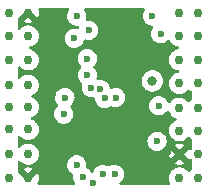
<source format=gbr>
%TF.GenerationSoftware,KiCad,Pcbnew,(6.0.1-0)*%
%TF.CreationDate,2022-02-07T15:37:48-08:00*%
%TF.ProjectId,Untitled,556e7469-746c-4656-942e-6b696361645f,rev?*%
%TF.SameCoordinates,Original*%
%TF.FileFunction,Copper,L2,Inr*%
%TF.FilePolarity,Positive*%
%FSLAX46Y46*%
G04 Gerber Fmt 4.6, Leading zero omitted, Abs format (unit mm)*
G04 Created by KiCad (PCBNEW (6.0.1-0)) date 2022-02-07 15:37:48*
%MOMM*%
%LPD*%
G01*
G04 APERTURE LIST*
%TA.AperFunction,ComponentPad*%
%ADD10C,0.750000*%
%TD*%
%TA.AperFunction,ViaPad*%
%ADD11C,0.600000*%
%TD*%
%TA.AperFunction,ViaPad*%
%ADD12C,0.800000*%
%TD*%
G04 APERTURE END LIST*
D10*
%TO.N,SX_DIO3*%
%TO.C,J11*%
X160000000Y-107000000D03*
X158400000Y-107000000D03*
%TD*%
%TO.N,SX_DIO0*%
%TO.C,J14*%
X160000000Y-101000000D03*
X158400000Y-101000000D03*
%TD*%
%TO.N,GND*%
%TO.C,J10*%
X158400000Y-109000000D03*
X160000000Y-109000000D03*
%TD*%
%TO.N,ANT_OUT*%
%TO.C,J9*%
X158400000Y-111000000D03*
X160000000Y-111000000D03*
%TD*%
%TO.N,SX_DIO1*%
%TO.C,J15*%
X160000000Y-99000000D03*
X158400000Y-99000000D03*
%TD*%
%TO.N,+3V3*%
%TO.C,J13*%
X160000000Y-103000000D03*
X158400000Y-103000000D03*
%TD*%
%TO.N,SX_BUSY*%
%TO.C,J12*%
X158380000Y-105100000D03*
X159980000Y-105100000D03*
%TD*%
%TO.N,SX_DIO2*%
%TO.C,J16*%
X160000000Y-97000000D03*
X158400000Y-97000000D03*
%TD*%
%TO.N,SX_CS*%
%TO.C,J5*%
X145600000Y-105000000D03*
X144000000Y-105000000D03*
%TD*%
%TO.N,MOSI*%
%TO.C,J3*%
X144000000Y-101000000D03*
X145600000Y-101000000D03*
%TD*%
%TO.N,SCK*%
%TO.C,J4*%
X145600000Y-103140000D03*
X144000000Y-103140000D03*
%TD*%
%TO.N,SX_RST*%
%TO.C,J6*%
X145600000Y-106900000D03*
X144000000Y-106900000D03*
%TD*%
%TO.N,MISO*%
%TO.C,J2*%
X145600000Y-99000000D03*
X144000000Y-99000000D03*
%TD*%
%TO.N,GND*%
%TO.C,J8*%
X145600000Y-111000000D03*
X144000000Y-111000000D03*
%TD*%
%TO.N,GND*%
%TO.C,J1*%
X144000000Y-97000000D03*
X145600000Y-97000000D03*
%TD*%
%TO.N,unconnected-(J7-Pad1)*%
%TO.C,J7*%
X144000000Y-109000000D03*
X145600000Y-109000000D03*
%TD*%
D11*
%TO.N,+3V3*%
X148600000Y-105600000D03*
%TO.N,GND*%
X155000000Y-111200000D03*
X153500000Y-107600000D03*
X156200000Y-111200000D03*
X146400000Y-98000000D03*
X157600000Y-106100000D03*
X146400000Y-102100000D03*
X146400000Y-104100000D03*
X152300000Y-108800000D03*
X153500000Y-100000000D03*
X146400000Y-106000000D03*
X151900000Y-101500000D03*
X155800000Y-108700000D03*
X157400000Y-108800000D03*
X148900000Y-107500000D03*
X157500000Y-100000000D03*
X152300000Y-106500000D03*
X152300000Y-107700000D03*
X151200000Y-107600000D03*
X157500000Y-102100000D03*
X157500000Y-103900000D03*
X146400000Y-110000000D03*
X146400000Y-100000000D03*
X147700000Y-109800000D03*
D12*
%TO.N,+3V3*%
X156100000Y-102800000D03*
D11*
X149700000Y-109900000D03*
%TO.N,Net-(U1-Pad16)*%
X150200000Y-110900000D03*
X149700000Y-97300000D03*
%TO.N,Net-(U1-Pad17)*%
X149500000Y-99200000D03*
X151100000Y-111400000D03*
%TO.N,Net-(U1-Pad18)*%
X150600000Y-100900000D03*
X151900000Y-110700000D03*
%TO.N,Net-(U1-Pad19)*%
X152900000Y-110700000D03*
X150600469Y-102300000D03*
%TO.N,Net-(U1-Pad3)*%
X148700000Y-104200000D03*
X150700000Y-98500000D03*
%TO.N,SX_BUSY*%
X156640835Y-104897033D03*
X153000000Y-104200000D03*
%TO.N,SX_DIO1*%
X152085383Y-104258333D03*
X156799500Y-98800000D03*
%TO.N,SX_DIO2*%
X151700000Y-103500000D03*
X156100000Y-97300000D03*
%TO.N,SX_DIO3*%
X150937283Y-103372360D03*
X156500000Y-107900000D03*
%TD*%
%TA.AperFunction,Conductor*%
%TO.N,GND*%
G36*
X149021080Y-96628002D02*
G01*
X149067573Y-96681658D01*
X149077677Y-96751932D01*
X149058870Y-96802254D01*
X148971235Y-96938238D01*
X148968826Y-96944858D01*
X148968824Y-96944861D01*
X148948755Y-97000000D01*
X148909197Y-97108685D01*
X148886463Y-97288640D01*
X148904163Y-97469160D01*
X148961418Y-97641273D01*
X148965065Y-97647295D01*
X148965066Y-97647297D01*
X149044037Y-97777694D01*
X149055380Y-97796424D01*
X149060269Y-97801487D01*
X149060270Y-97801488D01*
X149122490Y-97865918D01*
X149181382Y-97926902D01*
X149234527Y-97961679D01*
X149308741Y-98010243D01*
X149333159Y-98026222D01*
X149339763Y-98028678D01*
X149339765Y-98028679D01*
X149496558Y-98086990D01*
X149496560Y-98086990D01*
X149503168Y-98089448D01*
X149584131Y-98100251D01*
X149675980Y-98112507D01*
X149675984Y-98112507D01*
X149682961Y-98113438D01*
X149689972Y-98112800D01*
X149689976Y-98112800D01*
X149792719Y-98103449D01*
X149862372Y-98117194D01*
X149913537Y-98166415D01*
X149929968Y-98235484D01*
X149922540Y-98272024D01*
X149911607Y-98302061D01*
X149911605Y-98302069D01*
X149909197Y-98308685D01*
X149908314Y-98315676D01*
X149907229Y-98324262D01*
X149878847Y-98389339D01*
X149819787Y-98428740D01*
X149748801Y-98429957D01*
X149739974Y-98427175D01*
X149685790Y-98407881D01*
X149678802Y-98407048D01*
X149678799Y-98407047D01*
X149530293Y-98389339D01*
X149505680Y-98386404D01*
X149498677Y-98387140D01*
X149498676Y-98387140D01*
X149332288Y-98404628D01*
X149332286Y-98404629D01*
X149325288Y-98405364D01*
X149153579Y-98463818D01*
X149121507Y-98483549D01*
X149005095Y-98555166D01*
X149005092Y-98555168D01*
X148999088Y-98558862D01*
X148994053Y-98563793D01*
X148994050Y-98563795D01*
X148874525Y-98680843D01*
X148869493Y-98685771D01*
X148771235Y-98838238D01*
X148768826Y-98844858D01*
X148768824Y-98844861D01*
X148712358Y-99000000D01*
X148709197Y-99008685D01*
X148686463Y-99188640D01*
X148704163Y-99369160D01*
X148761418Y-99541273D01*
X148765065Y-99547295D01*
X148765066Y-99547297D01*
X148835785Y-99664068D01*
X148855380Y-99696424D01*
X148860269Y-99701487D01*
X148860270Y-99701488D01*
X148925802Y-99769348D01*
X148981382Y-99826902D01*
X149133159Y-99926222D01*
X149139763Y-99928678D01*
X149139765Y-99928679D01*
X149296558Y-99986990D01*
X149296560Y-99986990D01*
X149303168Y-99989448D01*
X149386995Y-100000633D01*
X149475980Y-100012507D01*
X149475984Y-100012507D01*
X149482961Y-100013438D01*
X149489972Y-100012800D01*
X149489976Y-100012800D01*
X149632459Y-99999832D01*
X149663600Y-99996998D01*
X149670302Y-99994820D01*
X149670304Y-99994820D01*
X149829409Y-99943124D01*
X149829412Y-99943123D01*
X149836108Y-99940947D01*
X149991912Y-99848069D01*
X150123266Y-99722982D01*
X150223643Y-99571902D01*
X150272530Y-99443207D01*
X150285555Y-99408920D01*
X150285556Y-99408918D01*
X150288055Y-99402338D01*
X150292007Y-99374217D01*
X150321294Y-99309543D01*
X150380898Y-99270970D01*
X150451894Y-99270743D01*
X150460694Y-99273652D01*
X150503168Y-99289448D01*
X150586995Y-99300633D01*
X150675980Y-99312507D01*
X150675984Y-99312507D01*
X150682961Y-99313438D01*
X150689972Y-99312800D01*
X150689976Y-99312800D01*
X150832459Y-99299832D01*
X150863600Y-99296998D01*
X150870302Y-99294820D01*
X150870304Y-99294820D01*
X151029409Y-99243124D01*
X151029412Y-99243123D01*
X151036108Y-99240947D01*
X151151932Y-99171902D01*
X151185860Y-99151677D01*
X151185862Y-99151676D01*
X151191912Y-99148069D01*
X151323266Y-99022982D01*
X151423643Y-98871902D01*
X151488055Y-98702338D01*
X151497003Y-98638669D01*
X151512748Y-98526639D01*
X151512748Y-98526636D01*
X151513299Y-98522717D01*
X151513616Y-98500000D01*
X151493397Y-98319745D01*
X151491080Y-98313091D01*
X151436064Y-98155106D01*
X151436062Y-98155103D01*
X151433745Y-98148448D01*
X151430009Y-98142469D01*
X151341359Y-98000598D01*
X151337626Y-97994624D01*
X151291395Y-97948069D01*
X151214778Y-97870915D01*
X151214774Y-97870912D01*
X151209815Y-97865918D01*
X151178838Y-97846259D01*
X151108289Y-97801488D01*
X151056666Y-97768727D01*
X151027463Y-97758328D01*
X150892425Y-97710243D01*
X150892420Y-97710242D01*
X150885790Y-97707881D01*
X150878802Y-97707048D01*
X150878799Y-97707047D01*
X150755698Y-97692368D01*
X150705680Y-97686404D01*
X150698677Y-97687140D01*
X150698675Y-97687140D01*
X150609865Y-97696474D01*
X150540027Y-97683702D01*
X150488180Y-97635199D01*
X150470786Y-97566366D01*
X150478907Y-97526420D01*
X150485555Y-97508920D01*
X150485556Y-97508918D01*
X150488055Y-97502338D01*
X150489035Y-97495366D01*
X150512748Y-97326639D01*
X150512748Y-97326636D01*
X150513299Y-97322717D01*
X150513616Y-97300000D01*
X150493397Y-97119745D01*
X150491080Y-97113091D01*
X150436064Y-96955106D01*
X150436062Y-96955103D01*
X150433745Y-96948448D01*
X150354646Y-96821862D01*
X150341466Y-96800769D01*
X150322330Y-96732400D01*
X150343196Y-96664539D01*
X150397437Y-96618731D01*
X150448320Y-96608000D01*
X155352959Y-96608000D01*
X155421080Y-96628002D01*
X155467573Y-96681658D01*
X155477677Y-96751932D01*
X155458870Y-96802254D01*
X155371235Y-96938238D01*
X155368826Y-96944858D01*
X155368824Y-96944861D01*
X155348755Y-97000000D01*
X155309197Y-97108685D01*
X155286463Y-97288640D01*
X155304163Y-97469160D01*
X155361418Y-97641273D01*
X155365065Y-97647295D01*
X155365066Y-97647297D01*
X155444037Y-97777694D01*
X155455380Y-97796424D01*
X155460269Y-97801487D01*
X155460270Y-97801488D01*
X155522490Y-97865918D01*
X155581382Y-97926902D01*
X155634527Y-97961679D01*
X155708741Y-98010243D01*
X155733159Y-98026222D01*
X155739763Y-98028678D01*
X155739765Y-98028679D01*
X155896558Y-98086990D01*
X155896560Y-98086990D01*
X155903168Y-98089448D01*
X156037481Y-98107369D01*
X156067649Y-98111395D01*
X156132526Y-98140231D01*
X156171514Y-98199564D01*
X156172234Y-98270557D01*
X156156898Y-98304539D01*
X156070735Y-98438238D01*
X156068326Y-98444858D01*
X156068324Y-98444861D01*
X156048255Y-98500000D01*
X156008697Y-98608685D01*
X155985963Y-98788640D01*
X156003663Y-98969160D01*
X156060918Y-99141273D01*
X156064565Y-99147295D01*
X156064566Y-99147297D01*
X156151220Y-99290380D01*
X156154880Y-99296424D01*
X156280882Y-99426902D01*
X156432659Y-99526222D01*
X156439263Y-99528678D01*
X156439265Y-99528679D01*
X156596058Y-99586990D01*
X156596060Y-99586990D01*
X156602668Y-99589448D01*
X156686495Y-99600633D01*
X156775480Y-99612507D01*
X156775484Y-99612507D01*
X156782461Y-99613438D01*
X156789472Y-99612800D01*
X156789476Y-99612800D01*
X156931959Y-99599832D01*
X156963100Y-99596998D01*
X156969802Y-99594820D01*
X156969804Y-99594820D01*
X157128909Y-99543124D01*
X157128912Y-99543123D01*
X157135608Y-99540947D01*
X157291412Y-99448069D01*
X157296518Y-99443207D01*
X157399425Y-99345210D01*
X157462550Y-99312717D01*
X157533220Y-99319510D01*
X157589000Y-99363433D01*
X157595434Y-99373452D01*
X157681296Y-99522169D01*
X157685714Y-99527076D01*
X157685715Y-99527077D01*
X157762900Y-99612800D01*
X157805566Y-99660185D01*
X157810908Y-99664066D01*
X157810910Y-99664068D01*
X157917444Y-99741469D01*
X157955816Y-99769348D01*
X157961844Y-99772032D01*
X157961846Y-99772033D01*
X158073701Y-99821834D01*
X158125479Y-99844887D01*
X158275398Y-99876753D01*
X158337871Y-99910481D01*
X158372193Y-99972631D01*
X158367465Y-100043470D01*
X158325189Y-100100508D01*
X158275398Y-100123247D01*
X158125479Y-100155113D01*
X158119450Y-100157797D01*
X158119448Y-100157798D01*
X157961847Y-100227967D01*
X157961845Y-100227968D01*
X157955817Y-100230652D01*
X157950476Y-100234532D01*
X157950475Y-100234533D01*
X157810910Y-100335932D01*
X157810908Y-100335934D01*
X157805566Y-100339815D01*
X157681296Y-100477831D01*
X157588436Y-100638669D01*
X157531046Y-100815298D01*
X157530356Y-100821861D01*
X157530356Y-100821862D01*
X157523337Y-100888640D01*
X157511633Y-101000000D01*
X157512323Y-101006565D01*
X157519605Y-101075844D01*
X157531046Y-101184702D01*
X157533086Y-101190980D01*
X157533086Y-101190981D01*
X157549427Y-101241273D01*
X157588436Y-101361331D01*
X157591739Y-101367053D01*
X157591740Y-101367054D01*
X157608697Y-101396424D01*
X157681296Y-101522169D01*
X157805566Y-101660185D01*
X157810908Y-101664066D01*
X157810910Y-101664068D01*
X157892000Y-101722983D01*
X157955816Y-101769348D01*
X157961844Y-101772032D01*
X157961846Y-101772033D01*
X158026004Y-101800598D01*
X158125479Y-101844887D01*
X158275398Y-101876753D01*
X158337871Y-101910481D01*
X158372193Y-101972631D01*
X158367465Y-102043470D01*
X158325189Y-102100508D01*
X158275398Y-102123247D01*
X158125479Y-102155113D01*
X158119450Y-102157797D01*
X158119448Y-102157798D01*
X157961847Y-102227967D01*
X157961845Y-102227968D01*
X157955817Y-102230652D01*
X157950476Y-102234532D01*
X157950475Y-102234533D01*
X157810910Y-102335932D01*
X157810908Y-102335934D01*
X157805566Y-102339815D01*
X157681296Y-102477831D01*
X157645572Y-102539707D01*
X157597166Y-102623549D01*
X157588436Y-102638669D01*
X157586394Y-102644954D01*
X157533884Y-102806565D01*
X157531046Y-102815298D01*
X157511633Y-103000000D01*
X157512323Y-103006565D01*
X157527236Y-103148448D01*
X157531046Y-103184702D01*
X157588436Y-103361331D01*
X157591739Y-103367053D01*
X157591740Y-103367054D01*
X157615312Y-103407881D01*
X157681296Y-103522169D01*
X157685714Y-103527076D01*
X157685715Y-103527077D01*
X157714334Y-103558862D01*
X157805566Y-103660185D01*
X157810908Y-103664066D01*
X157810910Y-103664068D01*
X157892000Y-103722983D01*
X157955816Y-103769348D01*
X157961844Y-103772032D01*
X157961846Y-103772033D01*
X158033798Y-103804068D01*
X158125479Y-103844887D01*
X158209570Y-103862761D01*
X158300683Y-103882128D01*
X158300687Y-103882128D01*
X158307140Y-103883500D01*
X158492860Y-103883500D01*
X158499313Y-103882128D01*
X158499317Y-103882128D01*
X158590430Y-103862761D01*
X158674521Y-103844887D01*
X158766202Y-103804068D01*
X158838154Y-103772033D01*
X158838156Y-103772032D01*
X158844184Y-103769348D01*
X158908000Y-103722983D01*
X158989090Y-103664068D01*
X158989092Y-103664066D01*
X158994434Y-103660185D01*
X159106364Y-103535874D01*
X159166810Y-103498634D01*
X159237794Y-103499986D01*
X159293636Y-103535874D01*
X159405566Y-103660185D01*
X159410908Y-103664066D01*
X159410910Y-103664068D01*
X159440061Y-103685247D01*
X159483415Y-103741469D01*
X159492000Y-103787183D01*
X159492000Y-104298286D01*
X159471998Y-104366407D01*
X159440061Y-104400222D01*
X159390911Y-104435931D01*
X159390907Y-104435934D01*
X159385566Y-104439815D01*
X159381145Y-104444725D01*
X159381144Y-104444726D01*
X159273636Y-104564126D01*
X159213190Y-104601366D01*
X159142206Y-104600014D01*
X159086364Y-104564126D01*
X158978856Y-104444726D01*
X158978855Y-104444725D01*
X158974434Y-104439815D01*
X158969089Y-104435931D01*
X158829526Y-104334533D01*
X158829525Y-104334532D01*
X158824184Y-104330652D01*
X158818156Y-104327968D01*
X158818154Y-104327967D01*
X158660552Y-104257798D01*
X158660551Y-104257798D01*
X158654521Y-104255113D01*
X158557699Y-104234533D01*
X158479317Y-104217872D01*
X158479313Y-104217872D01*
X158472860Y-104216500D01*
X158287140Y-104216500D01*
X158280687Y-104217872D01*
X158280683Y-104217872D01*
X158202301Y-104234533D01*
X158105479Y-104255113D01*
X158099450Y-104257797D01*
X158099448Y-104257798D01*
X157941847Y-104327967D01*
X157941845Y-104327968D01*
X157935817Y-104330652D01*
X157930476Y-104334532D01*
X157930475Y-104334533D01*
X157790910Y-104435932D01*
X157790908Y-104435934D01*
X157785566Y-104439815D01*
X157781145Y-104444725D01*
X157781144Y-104444726D01*
X157695808Y-104539502D01*
X157661296Y-104577831D01*
X157627083Y-104637090D01*
X157575701Y-104686083D01*
X157505987Y-104699519D01*
X157440076Y-104673133D01*
X157398973Y-104615528D01*
X157391101Y-104592923D01*
X157374580Y-104545481D01*
X157278461Y-104391657D01*
X157262758Y-104375844D01*
X157155613Y-104267948D01*
X157155609Y-104267945D01*
X157150650Y-104262951D01*
X157142531Y-104257798D01*
X157053002Y-104200982D01*
X156997501Y-104165760D01*
X156922707Y-104139127D01*
X156833260Y-104107276D01*
X156833255Y-104107275D01*
X156826625Y-104104914D01*
X156819637Y-104104081D01*
X156819634Y-104104080D01*
X156696533Y-104089401D01*
X156646515Y-104083437D01*
X156639512Y-104084173D01*
X156639511Y-104084173D01*
X156473123Y-104101661D01*
X156473121Y-104101662D01*
X156466123Y-104102397D01*
X156294414Y-104160851D01*
X156237180Y-104196062D01*
X156145930Y-104252199D01*
X156145927Y-104252201D01*
X156139923Y-104255895D01*
X156134888Y-104260826D01*
X156134885Y-104260828D01*
X156017435Y-104375844D01*
X156010328Y-104382804D01*
X155912070Y-104535271D01*
X155909661Y-104541891D01*
X155909659Y-104541894D01*
X155855607Y-104690401D01*
X155850032Y-104705718D01*
X155827298Y-104885673D01*
X155844998Y-105066193D01*
X155902253Y-105238306D01*
X155905900Y-105244328D01*
X155905901Y-105244330D01*
X155988889Y-105381360D01*
X155996215Y-105393457D01*
X156001104Y-105398520D01*
X156001105Y-105398521D01*
X156015175Y-105413091D01*
X156122217Y-105523935D01*
X156128113Y-105527793D01*
X156238457Y-105600000D01*
X156273994Y-105623255D01*
X156280598Y-105625711D01*
X156280600Y-105625712D01*
X156437393Y-105684023D01*
X156437395Y-105684023D01*
X156444003Y-105686481D01*
X156527830Y-105697666D01*
X156616815Y-105709540D01*
X156616819Y-105709540D01*
X156623796Y-105710471D01*
X156630807Y-105709833D01*
X156630811Y-105709833D01*
X156773294Y-105696865D01*
X156804435Y-105694031D01*
X156811137Y-105691853D01*
X156811139Y-105691853D01*
X156970244Y-105640157D01*
X156970247Y-105640156D01*
X156976943Y-105637980D01*
X157132747Y-105545102D01*
X157264101Y-105420015D01*
X157315231Y-105343058D01*
X157369588Y-105297387D01*
X157440008Y-105288355D01*
X157504132Y-105318828D01*
X157540012Y-105373849D01*
X157548028Y-105398521D01*
X157553602Y-105415675D01*
X157568436Y-105461331D01*
X157661296Y-105622169D01*
X157665714Y-105627076D01*
X157665715Y-105627077D01*
X157719203Y-105686481D01*
X157785566Y-105760185D01*
X157790908Y-105764066D01*
X157790910Y-105764068D01*
X157892000Y-105837514D01*
X157935816Y-105869348D01*
X157941844Y-105872032D01*
X157941846Y-105872033D01*
X158008511Y-105901714D01*
X158093033Y-105939345D01*
X158147128Y-105985325D01*
X158167777Y-106053252D01*
X158148425Y-106121561D01*
X158093032Y-106169558D01*
X157961855Y-106227963D01*
X157961850Y-106227966D01*
X157955817Y-106230652D01*
X157950476Y-106234532D01*
X157950475Y-106234533D01*
X157810910Y-106335932D01*
X157810908Y-106335934D01*
X157805566Y-106339815D01*
X157801145Y-106344725D01*
X157801144Y-106344726D01*
X157739276Y-106413438D01*
X157681296Y-106477831D01*
X157588436Y-106638669D01*
X157531046Y-106815298D01*
X157511633Y-107000000D01*
X157512323Y-107006565D01*
X157521196Y-107090981D01*
X157531046Y-107184702D01*
X157588436Y-107361331D01*
X157591739Y-107367053D01*
X157591740Y-107367054D01*
X157607658Y-107394624D01*
X157681296Y-107522169D01*
X157685714Y-107527076D01*
X157685715Y-107527077D01*
X157711104Y-107555274D01*
X157805566Y-107660185D01*
X157810908Y-107664066D01*
X157810910Y-107664068D01*
X157950474Y-107765467D01*
X157955816Y-107769348D01*
X157961844Y-107772032D01*
X157961846Y-107772033D01*
X158119448Y-107842202D01*
X158125479Y-107844887D01*
X158206806Y-107862174D01*
X158276600Y-107877009D01*
X158339073Y-107910738D01*
X158373395Y-107972887D01*
X158368667Y-108043726D01*
X158326391Y-108100764D01*
X158276599Y-108123503D01*
X158132093Y-108154218D01*
X158119604Y-108158276D01*
X157996302Y-108213174D01*
X157985558Y-108222306D01*
X157987155Y-108227944D01*
X158387189Y-108627979D01*
X158401132Y-108635592D01*
X158402966Y-108635461D01*
X158409580Y-108631210D01*
X158807439Y-108233350D01*
X158814196Y-108220975D01*
X158810685Y-108216285D01*
X158680396Y-108158276D01*
X158667907Y-108154218D01*
X158523401Y-108123503D01*
X158460927Y-108089775D01*
X158426605Y-108027625D01*
X158431333Y-107956786D01*
X158473608Y-107899749D01*
X158523400Y-107877009D01*
X158593194Y-107862174D01*
X158674521Y-107844887D01*
X158680552Y-107842202D01*
X158838154Y-107772033D01*
X158838156Y-107772032D01*
X158844184Y-107769348D01*
X158849526Y-107765467D01*
X158989090Y-107664068D01*
X158989092Y-107664066D01*
X158994434Y-107660185D01*
X159106364Y-107535874D01*
X159166810Y-107498634D01*
X159237794Y-107499986D01*
X159293636Y-107535874D01*
X159405566Y-107660185D01*
X159410908Y-107664066D01*
X159410910Y-107664068D01*
X159440061Y-107685247D01*
X159483415Y-107741469D01*
X159492000Y-107787183D01*
X159492000Y-108547021D01*
X159471998Y-108615142D01*
X159418342Y-108661635D01*
X159348068Y-108671739D01*
X159283488Y-108642245D01*
X159276905Y-108636116D01*
X159234931Y-108594142D01*
X159220987Y-108586528D01*
X159206092Y-108587593D01*
X159179871Y-108586031D01*
X159168713Y-108590498D01*
X158772021Y-108987189D01*
X158764408Y-109001132D01*
X158764539Y-109002966D01*
X158768790Y-109009580D01*
X159165073Y-109405862D01*
X159179010Y-109413473D01*
X159193908Y-109412407D01*
X159220129Y-109413969D01*
X159231287Y-109409502D01*
X159276905Y-109363884D01*
X159339217Y-109329858D01*
X159410032Y-109334923D01*
X159466868Y-109377470D01*
X159491679Y-109443990D01*
X159492000Y-109452979D01*
X159492000Y-110212817D01*
X159471998Y-110280938D01*
X159440061Y-110314753D01*
X159405566Y-110339815D01*
X159401145Y-110344725D01*
X159401144Y-110344726D01*
X159293636Y-110464126D01*
X159233190Y-110501366D01*
X159162206Y-110500014D01*
X159106364Y-110464126D01*
X158998856Y-110344726D01*
X158998855Y-110344725D01*
X158994434Y-110339815D01*
X158959940Y-110314753D01*
X158849526Y-110234533D01*
X158849525Y-110234532D01*
X158844184Y-110230652D01*
X158838156Y-110227968D01*
X158838154Y-110227967D01*
X158680552Y-110157798D01*
X158680551Y-110157798D01*
X158674521Y-110155113D01*
X158593194Y-110137826D01*
X158523400Y-110122991D01*
X158460927Y-110089262D01*
X158426605Y-110027113D01*
X158431333Y-109956274D01*
X158473609Y-109899236D01*
X158523401Y-109876497D01*
X158667907Y-109845782D01*
X158680396Y-109841724D01*
X158803698Y-109786826D01*
X158814442Y-109777694D01*
X158812845Y-109772056D01*
X158412811Y-109372021D01*
X158398868Y-109364408D01*
X158397034Y-109364539D01*
X158390420Y-109368790D01*
X157992561Y-109766650D01*
X157985804Y-109779025D01*
X157989315Y-109783715D01*
X158119604Y-109841724D01*
X158132093Y-109845782D01*
X158276599Y-109876497D01*
X158339073Y-109910225D01*
X158373395Y-109972375D01*
X158368667Y-110043214D01*
X158326392Y-110100251D01*
X158276600Y-110122991D01*
X158206806Y-110137826D01*
X158125479Y-110155113D01*
X158119450Y-110157797D01*
X158119448Y-110157798D01*
X157961847Y-110227967D01*
X157961845Y-110227968D01*
X157955817Y-110230652D01*
X157950476Y-110234532D01*
X157950475Y-110234533D01*
X157810910Y-110335932D01*
X157810908Y-110335934D01*
X157805566Y-110339815D01*
X157801145Y-110344725D01*
X157801144Y-110344726D01*
X157801023Y-110344861D01*
X157681296Y-110477831D01*
X157647449Y-110536455D01*
X157595535Y-110626374D01*
X157588436Y-110638669D01*
X157531046Y-110815298D01*
X157511633Y-111000000D01*
X157512323Y-111006565D01*
X157519605Y-111075844D01*
X157531046Y-111184702D01*
X157533086Y-111190980D01*
X157533086Y-111190981D01*
X157549427Y-111241273D01*
X157588436Y-111361331D01*
X157612494Y-111403001D01*
X157629232Y-111471994D01*
X157606012Y-111539086D01*
X157550205Y-111582974D01*
X157503375Y-111592000D01*
X153440154Y-111592000D01*
X153372033Y-111571998D01*
X153325540Y-111518342D01*
X153315436Y-111448068D01*
X153344930Y-111383488D01*
X153375636Y-111357772D01*
X153385857Y-111351679D01*
X153385860Y-111351677D01*
X153391912Y-111348069D01*
X153523266Y-111222982D01*
X153623643Y-111071902D01*
X153688055Y-110902338D01*
X153690963Y-110881647D01*
X153712748Y-110726639D01*
X153712748Y-110726636D01*
X153713299Y-110722717D01*
X153713616Y-110700000D01*
X153693397Y-110519745D01*
X153691080Y-110513091D01*
X153636064Y-110355106D01*
X153636062Y-110355103D01*
X153633745Y-110348448D01*
X153612690Y-110314753D01*
X153541359Y-110200598D01*
X153537626Y-110194624D01*
X153511909Y-110168727D01*
X153414778Y-110070915D01*
X153414774Y-110070912D01*
X153409815Y-110065918D01*
X153398935Y-110059013D01*
X153348668Y-110027113D01*
X153256666Y-109968727D01*
X153221694Y-109956274D01*
X153092425Y-109910243D01*
X153092420Y-109910242D01*
X153085790Y-109907881D01*
X153078802Y-109907048D01*
X153078799Y-109907047D01*
X152924431Y-109888640D01*
X152905680Y-109886404D01*
X152898677Y-109887140D01*
X152898676Y-109887140D01*
X152732288Y-109904628D01*
X152732286Y-109904629D01*
X152725288Y-109905364D01*
X152553579Y-109963818D01*
X152465946Y-110017731D01*
X152397447Y-110036388D01*
X152332412Y-110016797D01*
X152262620Y-109972505D01*
X152262616Y-109972503D01*
X152256666Y-109968727D01*
X152221694Y-109956274D01*
X152092425Y-109910243D01*
X152092420Y-109910242D01*
X152085790Y-109907881D01*
X152078802Y-109907048D01*
X152078799Y-109907047D01*
X151924431Y-109888640D01*
X151905680Y-109886404D01*
X151898677Y-109887140D01*
X151898676Y-109887140D01*
X151732288Y-109904628D01*
X151732286Y-109904629D01*
X151725288Y-109905364D01*
X151553579Y-109963818D01*
X151547575Y-109967512D01*
X151405095Y-110055166D01*
X151405092Y-110055168D01*
X151399088Y-110058862D01*
X151394053Y-110063793D01*
X151394050Y-110063795D01*
X151274525Y-110180843D01*
X151269493Y-110185771D01*
X151171235Y-110338238D01*
X151168826Y-110344858D01*
X151168824Y-110344861D01*
X151123828Y-110468487D01*
X151081734Y-110525658D01*
X151015412Y-110550996D01*
X150945921Y-110536455D01*
X150898573Y-110492161D01*
X150888952Y-110476763D01*
X150837626Y-110394624D01*
X150798383Y-110355106D01*
X150714778Y-110270915D01*
X150714774Y-110270912D01*
X150709815Y-110265918D01*
X150654245Y-110230652D01*
X150556666Y-110168727D01*
X150557889Y-110166800D01*
X150513440Y-110126275D01*
X150495164Y-110057671D01*
X150496350Y-110043316D01*
X150512748Y-109926640D01*
X150512748Y-109926635D01*
X150513299Y-109922717D01*
X150513506Y-109907881D01*
X150513561Y-109903962D01*
X150513561Y-109903957D01*
X150513616Y-109900000D01*
X150493397Y-109719745D01*
X150491080Y-109713091D01*
X150436064Y-109555106D01*
X150436062Y-109555103D01*
X150433745Y-109548448D01*
X150337626Y-109394624D01*
X150328835Y-109385771D01*
X150214778Y-109270915D01*
X150214774Y-109270912D01*
X150209815Y-109265918D01*
X150198697Y-109258862D01*
X150150538Y-109228300D01*
X150056666Y-109168727D01*
X150027463Y-109158328D01*
X149892425Y-109110243D01*
X149892420Y-109110242D01*
X149885790Y-109107881D01*
X149878802Y-109107048D01*
X149878799Y-109107047D01*
X149755698Y-109092368D01*
X149705680Y-109086404D01*
X149698677Y-109087140D01*
X149698676Y-109087140D01*
X149532288Y-109104628D01*
X149532286Y-109104629D01*
X149525288Y-109105364D01*
X149353579Y-109163818D01*
X149291109Y-109202250D01*
X149205095Y-109255166D01*
X149205092Y-109255168D01*
X149199088Y-109258862D01*
X149194053Y-109263793D01*
X149194050Y-109263795D01*
X149074525Y-109380843D01*
X149069493Y-109385771D01*
X148971235Y-109538238D01*
X148968826Y-109544858D01*
X148968824Y-109544861D01*
X148925436Y-109664068D01*
X148909197Y-109708685D01*
X148886463Y-109888640D01*
X148904163Y-110069160D01*
X148961418Y-110241273D01*
X148965065Y-110247295D01*
X148965066Y-110247297D01*
X149051264Y-110389627D01*
X149055380Y-110396424D01*
X149060269Y-110401487D01*
X149060270Y-110401488D01*
X149124971Y-110468487D01*
X149181382Y-110526902D01*
X149333159Y-110626222D01*
X149336272Y-110627380D01*
X149386984Y-110674943D01*
X149404289Y-110743798D01*
X149403394Y-110754621D01*
X149386463Y-110888640D01*
X149404163Y-111069160D01*
X149461418Y-111241273D01*
X149465065Y-111247295D01*
X149465066Y-111247297D01*
X149555380Y-111396424D01*
X149553928Y-111397303D01*
X149576464Y-111455303D01*
X149562318Y-111524876D01*
X149512803Y-111575756D01*
X149450919Y-111592000D01*
X146496048Y-111592000D01*
X146427927Y-111571998D01*
X146381434Y-111518342D01*
X146371330Y-111448068D01*
X146386928Y-111403001D01*
X146407801Y-111366847D01*
X146413146Y-111354842D01*
X146466422Y-111190876D01*
X146469152Y-111178033D01*
X146487174Y-111006565D01*
X146487174Y-110993435D01*
X146469152Y-110821967D01*
X146466422Y-110809124D01*
X146413143Y-110645149D01*
X146407805Y-110633160D01*
X146386938Y-110597017D01*
X146376734Y-110587287D01*
X146368713Y-110590498D01*
X145689095Y-111270115D01*
X145626783Y-111304140D01*
X145555967Y-111299075D01*
X145510905Y-111270115D01*
X144834928Y-110594139D01*
X144793463Y-110571497D01*
X144744730Y-110523910D01*
X144718297Y-110478127D01*
X144720660Y-110476763D01*
X144700000Y-110413178D01*
X144700000Y-109649060D01*
X144720002Y-109580939D01*
X144773658Y-109534446D01*
X144843932Y-109524342D01*
X144908512Y-109553836D01*
X144919636Y-109564750D01*
X145005566Y-109660185D01*
X145010908Y-109664066D01*
X145010910Y-109664068D01*
X145150474Y-109765467D01*
X145155816Y-109769348D01*
X145161844Y-109772032D01*
X145161846Y-109772033D01*
X145319448Y-109842202D01*
X145325479Y-109844887D01*
X145406806Y-109862174D01*
X145476600Y-109877009D01*
X145539073Y-109910738D01*
X145573395Y-109972887D01*
X145568667Y-110043726D01*
X145526391Y-110100764D01*
X145476599Y-110123503D01*
X145332093Y-110154218D01*
X145319604Y-110158276D01*
X145196302Y-110213174D01*
X145185558Y-110222306D01*
X145187155Y-110227944D01*
X145587189Y-110627979D01*
X145601132Y-110635592D01*
X145602966Y-110635461D01*
X145609580Y-110631210D01*
X146007439Y-110233350D01*
X146014196Y-110220975D01*
X146010685Y-110216285D01*
X145880396Y-110158276D01*
X145867907Y-110154218D01*
X145723401Y-110123503D01*
X145660927Y-110089775D01*
X145626605Y-110027625D01*
X145631333Y-109956786D01*
X145673608Y-109899749D01*
X145723400Y-109877009D01*
X145793194Y-109862174D01*
X145874521Y-109844887D01*
X145880552Y-109842202D01*
X146038154Y-109772033D01*
X146038156Y-109772032D01*
X146044184Y-109769348D01*
X146049526Y-109765467D01*
X146189090Y-109664068D01*
X146189092Y-109664066D01*
X146194434Y-109660185D01*
X146280364Y-109564750D01*
X146314285Y-109527077D01*
X146314286Y-109527076D01*
X146318704Y-109522169D01*
X146392342Y-109394624D01*
X146408260Y-109367054D01*
X146408261Y-109367053D01*
X146411564Y-109361331D01*
X146468954Y-109184702D01*
X146487677Y-109006565D01*
X157512826Y-109006565D01*
X157530848Y-109178033D01*
X157533578Y-109190876D01*
X157586857Y-109354851D01*
X157592195Y-109366840D01*
X157613062Y-109402983D01*
X157623266Y-109412713D01*
X157631287Y-109409502D01*
X158027979Y-109012811D01*
X158035592Y-108998868D01*
X158035461Y-108997034D01*
X158031210Y-108990420D01*
X157634927Y-108594138D01*
X157622552Y-108587381D01*
X157615637Y-108592558D01*
X157592195Y-108633160D01*
X157586857Y-108645149D01*
X157533578Y-108809124D01*
X157530848Y-108821967D01*
X157512826Y-108993435D01*
X157512826Y-109006565D01*
X146487677Y-109006565D01*
X146488367Y-109000000D01*
X146468954Y-108815298D01*
X146411564Y-108638669D01*
X146318704Y-108477831D01*
X146194434Y-108339815D01*
X146044184Y-108230652D01*
X146038156Y-108227968D01*
X146038154Y-108227967D01*
X145880552Y-108157798D01*
X145880551Y-108157798D01*
X145874521Y-108155113D01*
X145783691Y-108135807D01*
X145699317Y-108117872D01*
X145699313Y-108117872D01*
X145692860Y-108116500D01*
X145507140Y-108116500D01*
X145500687Y-108117872D01*
X145500683Y-108117872D01*
X145416309Y-108135807D01*
X145325479Y-108155113D01*
X145319450Y-108157797D01*
X145319448Y-108157798D01*
X145161847Y-108227967D01*
X145161845Y-108227968D01*
X145155817Y-108230652D01*
X145150476Y-108234532D01*
X145150475Y-108234533D01*
X145010910Y-108335932D01*
X145010908Y-108335934D01*
X145005566Y-108339815D01*
X145001145Y-108344725D01*
X145001144Y-108344726D01*
X144919636Y-108435250D01*
X144859190Y-108472490D01*
X144788206Y-108471138D01*
X144729222Y-108431625D01*
X144700964Y-108366494D01*
X144700000Y-108350940D01*
X144700000Y-107888640D01*
X155686463Y-107888640D01*
X155704163Y-108069160D01*
X155761418Y-108241273D01*
X155765065Y-108247295D01*
X155765066Y-108247297D01*
X155821097Y-108339815D01*
X155855380Y-108396424D01*
X155981382Y-108526902D01*
X155987278Y-108530760D01*
X156084136Y-108594142D01*
X156133159Y-108626222D01*
X156139763Y-108628678D01*
X156139765Y-108628679D01*
X156296558Y-108686990D01*
X156296560Y-108686990D01*
X156303168Y-108689448D01*
X156386995Y-108700633D01*
X156475980Y-108712507D01*
X156475984Y-108712507D01*
X156482961Y-108713438D01*
X156489972Y-108712800D01*
X156489976Y-108712800D01*
X156632459Y-108699832D01*
X156663600Y-108696998D01*
X156670302Y-108694820D01*
X156670304Y-108694820D01*
X156829409Y-108643124D01*
X156829412Y-108643123D01*
X156836108Y-108640947D01*
X156991912Y-108548069D01*
X157123266Y-108422982D01*
X157223643Y-108271902D01*
X157282154Y-108117872D01*
X157285555Y-108108920D01*
X157285556Y-108108918D01*
X157288055Y-108102338D01*
X157289821Y-108089775D01*
X157312748Y-107926639D01*
X157312748Y-107926636D01*
X157313299Y-107922717D01*
X157313616Y-107900000D01*
X157293397Y-107719745D01*
X157291080Y-107713091D01*
X157236064Y-107555106D01*
X157236062Y-107555103D01*
X157233745Y-107548448D01*
X157137626Y-107394624D01*
X157128835Y-107385771D01*
X157014778Y-107270915D01*
X157014774Y-107270912D01*
X157009815Y-107265918D01*
X156998697Y-107258862D01*
X156950538Y-107228300D01*
X156856666Y-107168727D01*
X156827463Y-107158328D01*
X156692425Y-107110243D01*
X156692420Y-107110242D01*
X156685790Y-107107881D01*
X156678802Y-107107048D01*
X156678799Y-107107047D01*
X156555698Y-107092368D01*
X156505680Y-107086404D01*
X156498677Y-107087140D01*
X156498676Y-107087140D01*
X156332288Y-107104628D01*
X156332286Y-107104629D01*
X156325288Y-107105364D01*
X156153579Y-107163818D01*
X156091109Y-107202250D01*
X156005095Y-107255166D01*
X156005092Y-107255168D01*
X155999088Y-107258862D01*
X155994053Y-107263793D01*
X155994050Y-107263795D01*
X155900868Y-107355046D01*
X155869493Y-107385771D01*
X155771235Y-107538238D01*
X155768826Y-107544858D01*
X155768824Y-107544861D01*
X155722537Y-107672033D01*
X155709197Y-107708685D01*
X155686463Y-107888640D01*
X144700000Y-107888640D01*
X144700000Y-107549060D01*
X144720002Y-107480939D01*
X144773658Y-107434446D01*
X144843932Y-107424342D01*
X144908512Y-107453836D01*
X144919636Y-107464750D01*
X145005566Y-107560185D01*
X145010908Y-107564066D01*
X145010910Y-107564068D01*
X145150474Y-107665467D01*
X145155816Y-107669348D01*
X145161844Y-107672032D01*
X145161846Y-107672033D01*
X145284729Y-107726744D01*
X145325479Y-107744887D01*
X145416309Y-107764193D01*
X145500683Y-107782128D01*
X145500687Y-107782128D01*
X145507140Y-107783500D01*
X145692860Y-107783500D01*
X145699313Y-107782128D01*
X145699317Y-107782128D01*
X145783691Y-107764193D01*
X145874521Y-107744887D01*
X145915271Y-107726744D01*
X146038154Y-107672033D01*
X146038156Y-107672032D01*
X146044184Y-107669348D01*
X146049526Y-107665467D01*
X146189090Y-107564068D01*
X146189092Y-107564066D01*
X146194434Y-107560185D01*
X146318704Y-107422169D01*
X146411564Y-107261331D01*
X146468954Y-107084702D01*
X146488367Y-106900000D01*
X146479464Y-106815298D01*
X146469644Y-106721862D01*
X146469644Y-106721861D01*
X146468954Y-106715298D01*
X146411564Y-106538669D01*
X146389247Y-106500014D01*
X146373605Y-106472923D01*
X146318704Y-106377831D01*
X146274448Y-106328679D01*
X146198856Y-106244726D01*
X146198855Y-106244725D01*
X146194434Y-106239815D01*
X146181823Y-106230652D01*
X146049526Y-106134533D01*
X146049525Y-106134532D01*
X146044184Y-106130652D01*
X146038156Y-106127968D01*
X146038154Y-106127967D01*
X145896968Y-106065107D01*
X145842872Y-106019127D01*
X145822223Y-105951199D01*
X145841575Y-105882891D01*
X145896968Y-105834893D01*
X146038154Y-105772033D01*
X146038156Y-105772032D01*
X146044184Y-105769348D01*
X146049526Y-105765467D01*
X146189090Y-105664068D01*
X146189092Y-105664066D01*
X146194434Y-105660185D01*
X146212467Y-105640157D01*
X146258853Y-105588640D01*
X147786463Y-105588640D01*
X147804163Y-105769160D01*
X147861418Y-105941273D01*
X147865065Y-105947295D01*
X147865066Y-105947297D01*
X147908568Y-106019127D01*
X147955380Y-106096424D01*
X147960269Y-106101487D01*
X147960270Y-106101488D01*
X147981027Y-106122982D01*
X148081382Y-106226902D01*
X148101115Y-106239815D01*
X148215633Y-106314753D01*
X148233159Y-106326222D01*
X148239763Y-106328678D01*
X148239765Y-106328679D01*
X148396558Y-106386990D01*
X148396560Y-106386990D01*
X148403168Y-106389448D01*
X148486995Y-106400633D01*
X148575980Y-106412507D01*
X148575984Y-106412507D01*
X148582961Y-106413438D01*
X148589972Y-106412800D01*
X148589976Y-106412800D01*
X148732459Y-106399832D01*
X148763600Y-106396998D01*
X148770302Y-106394820D01*
X148770304Y-106394820D01*
X148929409Y-106343124D01*
X148929412Y-106343123D01*
X148936108Y-106340947D01*
X149091912Y-106248069D01*
X149223266Y-106122982D01*
X149323643Y-105971902D01*
X149374693Y-105837514D01*
X149385555Y-105808920D01*
X149385556Y-105808918D01*
X149388055Y-105802338D01*
X149389035Y-105795366D01*
X149412748Y-105626639D01*
X149412748Y-105626636D01*
X149413299Y-105622717D01*
X149413616Y-105600000D01*
X149393397Y-105419745D01*
X149391080Y-105413091D01*
X149336064Y-105255106D01*
X149336062Y-105255103D01*
X149333745Y-105248448D01*
X149297836Y-105190981D01*
X149241359Y-105100598D01*
X149237626Y-105094624D01*
X149214299Y-105071133D01*
X149179229Y-105035818D01*
X149145422Y-104973387D01*
X149150734Y-104902590D01*
X149191012Y-104848605D01*
X149191912Y-104848069D01*
X149323266Y-104722982D01*
X149423643Y-104571902D01*
X149475553Y-104435250D01*
X149485555Y-104408920D01*
X149485556Y-104408918D01*
X149488055Y-104402338D01*
X149489556Y-104391657D01*
X149512748Y-104226639D01*
X149512748Y-104226636D01*
X149513299Y-104222717D01*
X149513616Y-104200000D01*
X149493397Y-104019745D01*
X149491080Y-104013091D01*
X149436064Y-103855106D01*
X149436062Y-103855103D01*
X149433745Y-103848448D01*
X149337626Y-103694624D01*
X149323941Y-103680843D01*
X149214778Y-103570915D01*
X149214774Y-103570912D01*
X149209815Y-103565918D01*
X149198697Y-103558862D01*
X149117060Y-103507054D01*
X149056666Y-103468727D01*
X149027463Y-103458328D01*
X148892425Y-103410243D01*
X148892420Y-103410242D01*
X148885790Y-103407881D01*
X148878802Y-103407048D01*
X148878799Y-103407047D01*
X148755698Y-103392368D01*
X148705680Y-103386404D01*
X148698677Y-103387140D01*
X148698676Y-103387140D01*
X148532288Y-103404628D01*
X148532286Y-103404629D01*
X148525288Y-103405364D01*
X148353579Y-103463818D01*
X148302819Y-103495046D01*
X148205095Y-103555166D01*
X148205092Y-103555168D01*
X148199088Y-103558862D01*
X148194053Y-103563793D01*
X148194050Y-103563795D01*
X148074525Y-103680843D01*
X148069493Y-103685771D01*
X147971235Y-103838238D01*
X147968826Y-103844858D01*
X147968824Y-103844861D01*
X147928776Y-103954893D01*
X147909197Y-104008685D01*
X147886463Y-104188640D01*
X147904163Y-104369160D01*
X147961418Y-104541273D01*
X147965065Y-104547295D01*
X147965066Y-104547297D01*
X148041275Y-104673133D01*
X148055380Y-104696424D01*
X148076834Y-104718640D01*
X148121965Y-104765375D01*
X148154897Y-104828272D01*
X148148597Y-104898988D01*
X148108902Y-104952191D01*
X148105088Y-104955171D01*
X148099088Y-104958862D01*
X148094056Y-104963789D01*
X148094053Y-104963792D01*
X147983789Y-105071771D01*
X147969493Y-105085771D01*
X147871235Y-105238238D01*
X147868826Y-105244858D01*
X147868824Y-105244861D01*
X147812896Y-105398521D01*
X147809197Y-105408685D01*
X147786463Y-105588640D01*
X146258853Y-105588640D01*
X146314285Y-105527077D01*
X146314286Y-105527076D01*
X146318704Y-105522169D01*
X146393016Y-105393457D01*
X146408260Y-105367054D01*
X146408261Y-105367053D01*
X146411564Y-105361331D01*
X146441585Y-105268935D01*
X146466914Y-105190981D01*
X146466914Y-105190980D01*
X146468954Y-105184702D01*
X146482147Y-105059184D01*
X146487677Y-105006565D01*
X146488367Y-105000000D01*
X146468954Y-104815298D01*
X146411564Y-104638669D01*
X146389247Y-104600014D01*
X146369212Y-104565314D01*
X146318704Y-104477831D01*
X146236614Y-104386660D01*
X146198856Y-104344726D01*
X146198855Y-104344725D01*
X146194434Y-104339815D01*
X146181823Y-104330652D01*
X146049526Y-104234533D01*
X146049525Y-104234532D01*
X146044184Y-104230652D01*
X146038156Y-104227968D01*
X146038154Y-104227967D01*
X145954558Y-104190748D01*
X145941887Y-104185107D01*
X145887792Y-104139127D01*
X145867143Y-104071200D01*
X145886495Y-104002892D01*
X145941888Y-103954893D01*
X146038154Y-103912033D01*
X146038156Y-103912032D01*
X146044184Y-103909348D01*
X146194434Y-103800185D01*
X146272366Y-103713633D01*
X146314285Y-103667077D01*
X146314286Y-103667076D01*
X146318704Y-103662169D01*
X146391621Y-103535874D01*
X146408260Y-103507054D01*
X146408261Y-103507053D01*
X146411564Y-103501331D01*
X146450545Y-103381360D01*
X146466914Y-103330981D01*
X146466914Y-103330980D01*
X146468954Y-103324702D01*
X146488367Y-103140000D01*
X146484561Y-103103790D01*
X146469644Y-102961862D01*
X146469644Y-102961861D01*
X146468954Y-102955298D01*
X146460982Y-102930761D01*
X146413606Y-102784954D01*
X146411564Y-102778669D01*
X146318704Y-102617831D01*
X146194434Y-102479815D01*
X146188969Y-102475844D01*
X146049526Y-102374533D01*
X146049525Y-102374532D01*
X146044184Y-102370652D01*
X146038156Y-102367968D01*
X146038154Y-102367967D01*
X145880552Y-102297798D01*
X145880551Y-102297798D01*
X145874521Y-102295113D01*
X145783691Y-102275807D01*
X145699317Y-102257872D01*
X145699313Y-102257872D01*
X145692860Y-102256500D01*
X145507140Y-102256500D01*
X145500687Y-102257872D01*
X145500683Y-102257872D01*
X145416309Y-102275807D01*
X145325479Y-102295113D01*
X145319450Y-102297797D01*
X145319448Y-102297798D01*
X145161847Y-102367967D01*
X145161845Y-102367968D01*
X145155817Y-102370652D01*
X145150476Y-102374532D01*
X145150475Y-102374533D01*
X145010910Y-102475932D01*
X145010908Y-102475934D01*
X145005566Y-102479815D01*
X145001145Y-102484725D01*
X145001144Y-102484726D01*
X144919636Y-102575250D01*
X144859190Y-102612490D01*
X144788206Y-102611138D01*
X144729222Y-102571625D01*
X144700964Y-102506494D01*
X144700000Y-102490940D01*
X144700000Y-101649060D01*
X144720002Y-101580939D01*
X144773658Y-101534446D01*
X144843932Y-101524342D01*
X144908512Y-101553836D01*
X144919636Y-101564750D01*
X145005566Y-101660185D01*
X145010908Y-101664066D01*
X145010910Y-101664068D01*
X145092000Y-101722983D01*
X145155816Y-101769348D01*
X145161844Y-101772032D01*
X145161846Y-101772033D01*
X145226004Y-101800598D01*
X145325479Y-101844887D01*
X145416310Y-101864194D01*
X145500683Y-101882128D01*
X145500687Y-101882128D01*
X145507140Y-101883500D01*
X145692860Y-101883500D01*
X145699313Y-101882128D01*
X145699317Y-101882128D01*
X145783690Y-101864194D01*
X145874521Y-101844887D01*
X145973996Y-101800598D01*
X146038154Y-101772033D01*
X146038156Y-101772032D01*
X146044184Y-101769348D01*
X146108000Y-101722983D01*
X146189090Y-101664068D01*
X146189092Y-101664066D01*
X146194434Y-101660185D01*
X146318704Y-101522169D01*
X146391303Y-101396424D01*
X146408260Y-101367054D01*
X146408261Y-101367053D01*
X146411564Y-101361331D01*
X146450573Y-101241273D01*
X146466914Y-101190981D01*
X146466914Y-101190980D01*
X146468954Y-101184702D01*
X146480396Y-101075844D01*
X146487677Y-101006565D01*
X146488367Y-101000000D01*
X146476663Y-100888640D01*
X149786463Y-100888640D01*
X149804163Y-101069160D01*
X149861418Y-101241273D01*
X149865065Y-101247295D01*
X149865066Y-101247297D01*
X149930321Y-101355046D01*
X149955380Y-101396424D01*
X149960269Y-101401487D01*
X149960270Y-101401488D01*
X150068793Y-101513866D01*
X150101725Y-101576762D01*
X150095425Y-101647479D01*
X150066314Y-101691416D01*
X149983991Y-101772033D01*
X149969962Y-101785771D01*
X149871704Y-101938238D01*
X149869295Y-101944858D01*
X149869293Y-101944861D01*
X149844579Y-102012763D01*
X149809666Y-102108685D01*
X149786932Y-102288640D01*
X149804632Y-102469160D01*
X149861887Y-102641273D01*
X149865534Y-102647295D01*
X149865535Y-102647297D01*
X149948903Y-102784954D01*
X149955849Y-102796424D01*
X149960738Y-102801487D01*
X149960739Y-102801488D01*
X150022959Y-102865918D01*
X150081851Y-102926902D01*
X150087743Y-102930757D01*
X150087747Y-102930761D01*
X150125191Y-102955263D01*
X150171240Y-103009300D01*
X150180763Y-103079655D01*
X150174600Y-103103787D01*
X150146480Y-103181045D01*
X150123746Y-103361000D01*
X150141446Y-103541520D01*
X150198701Y-103713633D01*
X150202348Y-103719655D01*
X150202349Y-103719657D01*
X150278191Y-103844887D01*
X150292663Y-103868784D01*
X150297552Y-103873847D01*
X150297553Y-103873848D01*
X150331835Y-103909348D01*
X150418665Y-103999262D01*
X150455705Y-104023500D01*
X150548423Y-104084173D01*
X150570442Y-104098582D01*
X150577046Y-104101038D01*
X150577048Y-104101039D01*
X150733841Y-104159350D01*
X150733843Y-104159350D01*
X150740451Y-104161808D01*
X150824278Y-104172993D01*
X150913263Y-104184867D01*
X150913267Y-104184867D01*
X150920244Y-104185798D01*
X150927255Y-104185160D01*
X150927259Y-104185160D01*
X151069742Y-104172192D01*
X151100883Y-104169358D01*
X151107583Y-104167181D01*
X151107588Y-104167180D01*
X151110150Y-104166347D01*
X151111885Y-104166297D01*
X151114484Y-104165764D01*
X151114578Y-104166221D01*
X151181118Y-104164320D01*
X151241916Y-104200982D01*
X151273241Y-104264695D01*
X151274484Y-104273878D01*
X151289546Y-104427493D01*
X151346801Y-104599606D01*
X151350448Y-104605628D01*
X151350449Y-104605630D01*
X151431020Y-104738669D01*
X151440763Y-104754757D01*
X151445652Y-104759820D01*
X151445653Y-104759821D01*
X151499227Y-104815298D01*
X151566765Y-104885235D01*
X151629400Y-104926222D01*
X151690062Y-104965918D01*
X151718542Y-104984555D01*
X151725146Y-104987011D01*
X151725148Y-104987012D01*
X151881941Y-105045323D01*
X151881943Y-105045323D01*
X151888551Y-105047781D01*
X151972378Y-105058966D01*
X152061363Y-105070840D01*
X152061367Y-105070840D01*
X152068344Y-105071771D01*
X152075355Y-105071133D01*
X152075359Y-105071133D01*
X152217842Y-105058165D01*
X152248983Y-105055331D01*
X152255685Y-105053153D01*
X152255687Y-105053153D01*
X152414792Y-105001457D01*
X152414795Y-105001456D01*
X152421491Y-104999280D01*
X152526428Y-104936725D01*
X152595183Y-104919025D01*
X152634862Y-104926855D01*
X152803168Y-104989448D01*
X152876854Y-104999280D01*
X152975980Y-105012507D01*
X152975984Y-105012507D01*
X152982961Y-105013438D01*
X152989972Y-105012800D01*
X152989976Y-105012800D01*
X153138526Y-104999280D01*
X153163600Y-104996998D01*
X153170302Y-104994820D01*
X153170304Y-104994820D01*
X153329409Y-104943124D01*
X153329412Y-104943123D01*
X153336108Y-104940947D01*
X153491912Y-104848069D01*
X153623266Y-104722982D01*
X153723643Y-104571902D01*
X153775553Y-104435250D01*
X153785555Y-104408920D01*
X153785556Y-104408918D01*
X153788055Y-104402338D01*
X153789556Y-104391657D01*
X153812748Y-104226639D01*
X153812748Y-104226636D01*
X153813299Y-104222717D01*
X153813616Y-104200000D01*
X153793397Y-104019745D01*
X153791080Y-104013091D01*
X153736064Y-103855106D01*
X153736062Y-103855103D01*
X153733745Y-103848448D01*
X153637626Y-103694624D01*
X153623941Y-103680843D01*
X153514778Y-103570915D01*
X153514774Y-103570912D01*
X153509815Y-103565918D01*
X153498697Y-103558862D01*
X153417060Y-103507054D01*
X153356666Y-103468727D01*
X153327463Y-103458328D01*
X153192425Y-103410243D01*
X153192420Y-103410242D01*
X153185790Y-103407881D01*
X153178802Y-103407048D01*
X153178799Y-103407047D01*
X153055698Y-103392368D01*
X153005680Y-103386404D01*
X152998677Y-103387140D01*
X152998676Y-103387140D01*
X152832288Y-103404628D01*
X152832286Y-103404629D01*
X152825288Y-103405364D01*
X152663205Y-103460541D01*
X152592274Y-103463559D01*
X152530970Y-103427749D01*
X152498758Y-103364480D01*
X152497386Y-103355308D01*
X152494182Y-103326744D01*
X152493397Y-103319745D01*
X152446370Y-103184702D01*
X152436064Y-103155106D01*
X152436062Y-103155103D01*
X152433745Y-103148448D01*
X152347253Y-103010030D01*
X152341359Y-103000598D01*
X152337626Y-102994624D01*
X152332664Y-102989627D01*
X152214778Y-102870915D01*
X152214774Y-102870912D01*
X152209815Y-102865918D01*
X152105945Y-102800000D01*
X155186496Y-102800000D01*
X155187186Y-102806565D01*
X155202815Y-102955263D01*
X155206458Y-102989928D01*
X155265473Y-103171556D01*
X155360960Y-103336944D01*
X155365378Y-103341851D01*
X155365379Y-103341852D01*
X155475198Y-103463818D01*
X155488747Y-103478866D01*
X155584182Y-103548204D01*
X155593765Y-103555166D01*
X155643248Y-103591118D01*
X155649276Y-103593802D01*
X155649278Y-103593803D01*
X155811681Y-103666109D01*
X155817712Y-103668794D01*
X155895117Y-103685247D01*
X155998056Y-103707128D01*
X155998061Y-103707128D01*
X156004513Y-103708500D01*
X156195487Y-103708500D01*
X156201939Y-103707128D01*
X156201944Y-103707128D01*
X156304883Y-103685247D01*
X156382288Y-103668794D01*
X156388319Y-103666109D01*
X156550722Y-103593803D01*
X156550724Y-103593802D01*
X156556752Y-103591118D01*
X156606236Y-103555166D01*
X156615818Y-103548204D01*
X156711253Y-103478866D01*
X156724802Y-103463818D01*
X156834621Y-103341852D01*
X156834622Y-103341851D01*
X156839040Y-103336944D01*
X156934527Y-103171556D01*
X156993542Y-102989928D01*
X156997186Y-102955263D01*
X157012814Y-102806565D01*
X157013504Y-102800000D01*
X157003734Y-102707047D01*
X156994232Y-102616635D01*
X156994232Y-102616633D01*
X156993542Y-102610072D01*
X156934527Y-102428444D01*
X156839040Y-102263056D01*
X156809864Y-102230652D01*
X156715675Y-102126045D01*
X156715674Y-102126044D01*
X156711253Y-102121134D01*
X156556752Y-102008882D01*
X156550724Y-102006198D01*
X156550722Y-102006197D01*
X156388319Y-101933891D01*
X156388318Y-101933891D01*
X156382288Y-101931206D01*
X156284785Y-101910481D01*
X156201944Y-101892872D01*
X156201939Y-101892872D01*
X156195487Y-101891500D01*
X156004513Y-101891500D01*
X155998061Y-101892872D01*
X155998056Y-101892872D01*
X155915215Y-101910481D01*
X155817712Y-101931206D01*
X155811682Y-101933891D01*
X155811681Y-101933891D01*
X155649278Y-102006197D01*
X155649276Y-102006198D01*
X155643248Y-102008882D01*
X155488747Y-102121134D01*
X155484326Y-102126044D01*
X155484325Y-102126045D01*
X155390137Y-102230652D01*
X155360960Y-102263056D01*
X155265473Y-102428444D01*
X155206458Y-102610072D01*
X155205768Y-102616633D01*
X155205768Y-102616635D01*
X155196266Y-102707047D01*
X155186496Y-102800000D01*
X152105945Y-102800000D01*
X152056666Y-102768727D01*
X152027463Y-102758328D01*
X151892425Y-102710243D01*
X151892420Y-102710242D01*
X151885790Y-102707881D01*
X151878802Y-102707048D01*
X151878799Y-102707047D01*
X151755698Y-102692368D01*
X151705680Y-102686404D01*
X151698677Y-102687140D01*
X151698676Y-102687140D01*
X151636911Y-102693632D01*
X151525288Y-102705364D01*
X151519012Y-102707501D01*
X151448349Y-102702606D01*
X151391418Y-102660187D01*
X151366458Y-102593723D01*
X151374328Y-102539710D01*
X151388524Y-102502338D01*
X151391165Y-102483549D01*
X151413217Y-102326639D01*
X151413217Y-102326636D01*
X151413768Y-102322717D01*
X151414085Y-102300000D01*
X151393866Y-102119745D01*
X151391549Y-102113091D01*
X151336533Y-101955106D01*
X151336531Y-101955103D01*
X151334214Y-101948448D01*
X151238095Y-101794624D01*
X151131869Y-101687654D01*
X151098062Y-101625223D01*
X151103374Y-101554426D01*
X151134383Y-101507624D01*
X151142404Y-101499986D01*
X151223266Y-101422982D01*
X151323643Y-101271902D01*
X151388055Y-101102338D01*
X151389035Y-101095366D01*
X151412748Y-100926639D01*
X151412748Y-100926636D01*
X151413299Y-100922717D01*
X151413616Y-100900000D01*
X151393397Y-100719745D01*
X151391080Y-100713091D01*
X151336064Y-100555106D01*
X151336062Y-100555103D01*
X151333745Y-100548448D01*
X151237626Y-100394624D01*
X151188075Y-100344726D01*
X151114778Y-100270915D01*
X151114774Y-100270912D01*
X151109815Y-100265918D01*
X151098697Y-100258862D01*
X151026141Y-100212817D01*
X150956666Y-100168727D01*
X150914580Y-100153741D01*
X150792425Y-100110243D01*
X150792420Y-100110242D01*
X150785790Y-100107881D01*
X150778802Y-100107048D01*
X150778799Y-100107047D01*
X150655698Y-100092368D01*
X150605680Y-100086404D01*
X150598677Y-100087140D01*
X150598676Y-100087140D01*
X150432288Y-100104628D01*
X150432286Y-100104629D01*
X150425288Y-100105364D01*
X150253579Y-100163818D01*
X150247575Y-100167512D01*
X150105095Y-100255166D01*
X150105092Y-100255168D01*
X150099088Y-100258862D01*
X150094053Y-100263793D01*
X150094050Y-100263795D01*
X150005061Y-100350940D01*
X149969493Y-100385771D01*
X149871235Y-100538238D01*
X149868826Y-100544858D01*
X149868824Y-100544861D01*
X149841971Y-100618640D01*
X149809197Y-100708685D01*
X149786463Y-100888640D01*
X146476663Y-100888640D01*
X146469644Y-100821862D01*
X146469644Y-100821861D01*
X146468954Y-100815298D01*
X146411564Y-100638669D01*
X146318704Y-100477831D01*
X146194434Y-100339815D01*
X146159940Y-100314753D01*
X146049526Y-100234533D01*
X146049525Y-100234532D01*
X146044184Y-100230652D01*
X146038156Y-100227968D01*
X146038154Y-100227967D01*
X145880552Y-100157798D01*
X145880551Y-100157798D01*
X145874521Y-100155113D01*
X145724602Y-100123247D01*
X145662129Y-100089519D01*
X145627807Y-100027369D01*
X145632535Y-99956530D01*
X145674811Y-99899492D01*
X145724602Y-99876753D01*
X145874521Y-99844887D01*
X145926299Y-99821834D01*
X146038154Y-99772033D01*
X146038156Y-99772032D01*
X146044184Y-99769348D01*
X146082556Y-99741469D01*
X146189090Y-99664068D01*
X146189092Y-99664066D01*
X146194434Y-99660185D01*
X146237100Y-99612800D01*
X146314285Y-99527077D01*
X146314286Y-99527076D01*
X146318704Y-99522169D01*
X146387889Y-99402338D01*
X146408260Y-99367054D01*
X146408261Y-99367053D01*
X146411564Y-99361331D01*
X146468954Y-99184702D01*
X146472886Y-99147297D01*
X146487677Y-99006565D01*
X146488367Y-99000000D01*
X146468954Y-98815298D01*
X146411564Y-98638669D01*
X146406052Y-98629121D01*
X146344619Y-98522717D01*
X146318704Y-98477831D01*
X146292248Y-98448448D01*
X146198856Y-98344726D01*
X146198852Y-98344722D01*
X146194434Y-98339815D01*
X146176444Y-98326744D01*
X146049526Y-98234533D01*
X146049525Y-98234532D01*
X146044184Y-98230652D01*
X146038156Y-98227968D01*
X146038154Y-98227967D01*
X145880552Y-98157798D01*
X145880551Y-98157798D01*
X145874521Y-98155113D01*
X145793194Y-98137826D01*
X145723400Y-98122991D01*
X145660927Y-98089262D01*
X145626605Y-98027113D01*
X145631333Y-97956274D01*
X145673609Y-97899236D01*
X145723401Y-97876497D01*
X145867907Y-97845782D01*
X145880396Y-97841724D01*
X146003698Y-97786826D01*
X146014442Y-97777694D01*
X146012845Y-97772056D01*
X145612811Y-97372021D01*
X145598868Y-97364408D01*
X145597034Y-97364539D01*
X145590420Y-97368790D01*
X145192561Y-97766650D01*
X145185804Y-97779025D01*
X145189315Y-97783715D01*
X145319604Y-97841724D01*
X145332093Y-97845782D01*
X145476599Y-97876497D01*
X145539073Y-97910225D01*
X145573395Y-97972375D01*
X145568667Y-98043214D01*
X145526392Y-98100251D01*
X145476600Y-98122991D01*
X145406806Y-98137826D01*
X145325479Y-98155113D01*
X145319450Y-98157797D01*
X145319448Y-98157798D01*
X145161847Y-98227967D01*
X145161845Y-98227968D01*
X145155817Y-98230652D01*
X145150476Y-98234532D01*
X145150475Y-98234533D01*
X145010910Y-98335932D01*
X145010908Y-98335934D01*
X145005566Y-98339815D01*
X145001148Y-98344722D01*
X145001144Y-98344726D01*
X144919636Y-98435250D01*
X144859190Y-98472490D01*
X144788206Y-98471138D01*
X144729222Y-98431625D01*
X144700964Y-98366494D01*
X144700000Y-98350940D01*
X144700000Y-97586822D01*
X144720659Y-97523238D01*
X144718296Y-97521874D01*
X144746905Y-97472321D01*
X144798288Y-97423327D01*
X144809196Y-97418346D01*
X144831287Y-97409502D01*
X145510905Y-96729885D01*
X145573217Y-96695860D01*
X145644033Y-96700925D01*
X145689095Y-96729885D01*
X146365073Y-97405862D01*
X146377448Y-97412619D01*
X146384363Y-97407442D01*
X146407805Y-97366840D01*
X146413143Y-97354851D01*
X146466422Y-97190876D01*
X146469152Y-97178033D01*
X146487174Y-97006565D01*
X146487174Y-96993435D01*
X146469152Y-96821967D01*
X146466421Y-96809120D01*
X146454664Y-96772935D01*
X146452637Y-96701968D01*
X146489300Y-96641170D01*
X146553012Y-96609845D01*
X146574497Y-96608000D01*
X148952959Y-96608000D01*
X149021080Y-96628002D01*
G37*
%TD.AperFunction*%
%TD*%
M02*

</source>
